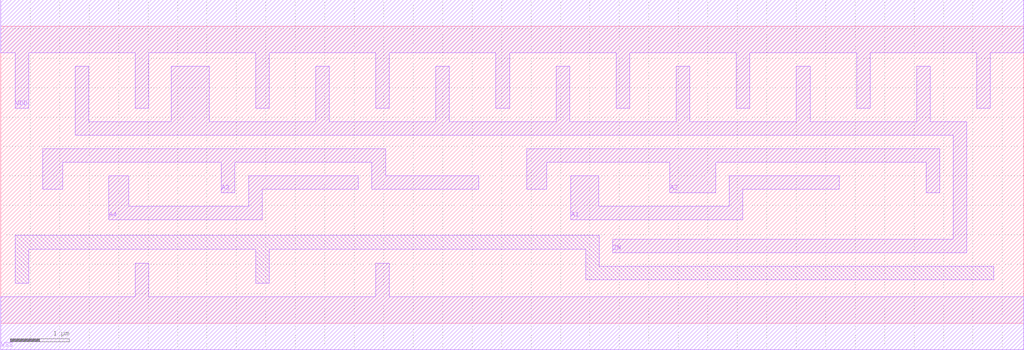
<source format=lef>
# Copyright 2022 GlobalFoundries PDK Authors
#
# Licensed under the Apache License, Version 2.0 (the "License");
# you may not use this file except in compliance with the License.
# You may obtain a copy of the License at
#
#      http://www.apache.org/licenses/LICENSE-2.0
#
# Unless required by applicable law or agreed to in writing, software
# distributed under the License is distributed on an "AS IS" BASIS,
# WITHOUT WARRANTIES OR CONDITIONS OF ANY KIND, either express or implied.
# See the License for the specific language governing permissions and
# limitations under the License.

MACRO gf180mcu_fd_sc_mcu9t5v0__nand4_4
  CLASS core ;
  FOREIGN gf180mcu_fd_sc_mcu9t5v0__nand4_4 0.0 0.0 ;
  ORIGIN 0 0 ;
  SYMMETRY X Y ;
  SITE GF018hv5v_green_sc9 ;
  SIZE 17.36 BY 5.04 ;
  PIN A1
    DIRECTION INPUT ;
    ANTENNAGATEAREA 5.728 ;
    PORT
      LAYER METAL1 ;
        POLYGON 9.67 1.755 12.595 1.755 12.595 2.27 14.23 2.27 14.23 2.5 12.365 2.5 12.365 1.985 10.15 1.985 10.15 2.5 9.67 2.5  ;
    END
  END A1
  PIN A2
    DIRECTION INPUT ;
    ANTENNAGATEAREA 5.728 ;
    PORT
      LAYER METAL1 ;
        POLYGON 8.93 2.27 9.27 2.27 9.27 2.73 11.35 2.73 11.35 2.215 12.135 2.215 12.135 2.73 15.705 2.73 15.705 2.215 15.935 2.215 15.935 2.96 8.93 2.96  ;
    END
  END A2
  PIN A3
    DIRECTION INPUT ;
    ANTENNAGATEAREA 5.728 ;
    PORT
      LAYER METAL1 ;
        POLYGON 0.71 2.27 1.05 2.27 1.05 2.73 3.745 2.73 3.745 2.215 3.975 2.215 3.975 2.73 6.3 2.73 6.3 2.27 8.11 2.27 8.11 2.5 6.53 2.5 6.53 2.96 0.71 2.96  ;
    END
  END A3
  PIN A4
    DIRECTION INPUT ;
    ANTENNAGATEAREA 5.728 ;
    PORT
      LAYER METAL1 ;
        POLYGON 1.83 1.755 4.435 1.755 4.435 2.27 6.07 2.27 6.07 2.5 4.205 2.5 4.205 1.985 2.17 1.985 2.17 2.5 1.83 2.5  ;
    END
  END A4
  PIN ZN
    DIRECTION OUTPUT ;
    ANTENNADIFFAREA 6.6976 ;
    PORT
      LAYER METAL1 ;
        POLYGON 1.265 3.19 16.165 3.19 16.165 1.425 10.39 1.425 10.39 1.195 16.395 1.195 16.395 3.42 15.775 3.42 15.775 4.36 15.545 4.36 15.545 3.42 13.735 3.42 13.735 4.36 13.505 4.36 13.505 3.42 11.695 3.42 11.695 4.36 11.465 4.36 11.465 3.42 9.655 3.42 9.655 4.36 9.425 4.36 9.425 3.42 7.615 3.42 7.615 4.36 7.385 4.36 7.385 3.42 5.575 3.42 5.575 4.36 5.345 4.36 5.345 3.42 3.535 3.42 3.535 4.36 2.89 4.36 2.89 3.42 1.495 3.42 1.495 4.36 1.265 4.36  ;
    END
  END ZN
  PIN VDD
    DIRECTION INOUT ;
    USE power ;
    SHAPE ABUTMENT ;
    PORT
      LAYER METAL1 ;
        POLYGON 0 4.59 0.245 4.59 0.245 3.65 0.475 3.65 0.475 4.59 2.285 4.59 2.285 3.65 2.515 3.65 2.515 4.59 4.325 4.59 4.325 3.65 4.555 3.65 4.555 4.59 6.365 4.59 6.365 3.65 6.595 3.65 6.595 4.59 8.405 4.59 8.405 3.65 8.635 3.65 8.635 4.59 10.445 4.59 10.445 3.65 10.675 3.65 10.675 4.59 12.485 4.59 12.485 3.65 12.715 3.65 12.715 4.59 14.525 4.59 14.525 3.65 14.755 3.65 14.755 4.59 16.565 4.59 16.565 3.65 16.795 3.65 16.795 4.59 16.85 4.59 17.36 4.59 17.36 5.49 16.85 5.49 0 5.49  ;
    END
  END VDD
  PIN VSS
    DIRECTION INOUT ;
    USE ground ;
    SHAPE ABUTMENT ;
    PORT
      LAYER METAL1 ;
        POLYGON 0 -0.45 17.36 -0.45 17.36 0.45 6.595 0.45 6.595 1.02 6.365 1.02 6.365 0.45 2.515 0.45 2.515 1.02 2.285 1.02 2.285 0.45 0 0.45  ;
    END
  END VSS
  OBS
      LAYER METAL1 ;
        POLYGON 0.245 0.68 0.475 0.68 0.475 1.26 4.325 1.26 4.325 0.68 4.555 0.68 4.555 1.26 9.93 1.26 9.93 0.735 16.85 0.735 16.85 0.965 10.16 0.965 10.16 1.49 0.245 1.49  ;
  END
END gf180mcu_fd_sc_mcu9t5v0__nand4_4

</source>
